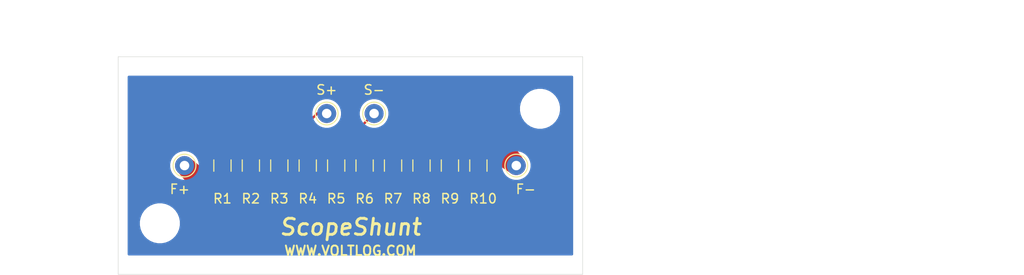
<source format=kicad_pcb>
(kicad_pcb (version 20171130) (host pcbnew "(5.1.5)-3")

  (general
    (thickness 1.6)
    (drawings 18)
    (tracks 113)
    (zones 0)
    (modules 16)
    (nets 3)
  )

  (page A4)
  (layers
    (0 F.Cu signal)
    (31 B.Cu signal)
    (32 B.Adhes user)
    (33 F.Adhes user)
    (34 B.Paste user)
    (35 F.Paste user)
    (36 B.SilkS user)
    (37 F.SilkS user)
    (38 B.Mask user)
    (39 F.Mask user)
    (40 Dwgs.User user)
    (41 Cmts.User user)
    (42 Eco1.User user)
    (43 Eco2.User user)
    (44 Edge.Cuts user)
    (45 Margin user)
    (46 B.CrtYd user)
    (47 F.CrtYd user)
    (48 B.Fab user)
    (49 F.Fab user hide)
  )

  (setup
    (last_trace_width 0.25)
    (user_trace_width 0.3)
    (user_trace_width 2.8)
    (user_trace_width 3)
    (trace_clearance 0.2)
    (zone_clearance 0.508)
    (zone_45_only no)
    (trace_min 0.2)
    (via_size 0.8)
    (via_drill 0.4)
    (via_min_size 0.4)
    (via_min_drill 0.3)
    (uvia_size 0.3)
    (uvia_drill 0.1)
    (uvias_allowed no)
    (uvia_min_size 0.2)
    (uvia_min_drill 0.1)
    (edge_width 0.05)
    (segment_width 0.2)
    (pcb_text_width 0.3)
    (pcb_text_size 1.5 1.5)
    (mod_edge_width 0.12)
    (mod_text_size 1 1)
    (mod_text_width 0.15)
    (pad_size 1.524 1.524)
    (pad_drill 0.762)
    (pad_to_mask_clearance 0.051)
    (solder_mask_min_width 0.25)
    (aux_axis_origin 0 0)
    (visible_elements 7FFFFFFF)
    (pcbplotparams
      (layerselection 0x010fc_ffffffff)
      (usegerberextensions false)
      (usegerberattributes false)
      (usegerberadvancedattributes false)
      (creategerberjobfile false)
      (excludeedgelayer true)
      (linewidth 0.100000)
      (plotframeref false)
      (viasonmask false)
      (mode 1)
      (useauxorigin false)
      (hpglpennumber 1)
      (hpglpenspeed 20)
      (hpglpendiameter 15.000000)
      (psnegative false)
      (psa4output false)
      (plotreference true)
      (plotvalue true)
      (plotinvisibletext false)
      (padsonsilk false)
      (subtractmaskfromsilk false)
      (outputformat 1)
      (mirror false)
      (drillshape 0)
      (scaleselection 1)
      (outputdirectory "D:/Dropbox/proiecte/voltlog scope shunt/gerbers/"))
  )

  (net 0 "")
  (net 1 /F+)
  (net 2 /F-)

  (net_class Default "This is the default net class."
    (clearance 0.2)
    (trace_width 0.25)
    (via_dia 0.8)
    (via_drill 0.4)
    (uvia_dia 0.3)
    (uvia_drill 0.1)
    (add_net /F+)
    (add_net /F-)
  )

  (module MountingHole:MountingHole_3.2mm_M3 (layer F.Cu) (tedit 56D1B4CB) (tstamp 5ED75CB5)
    (at 154.5 82.5)
    (descr "Mounting Hole 3.2mm, no annular, M3")
    (tags "mounting hole 3.2mm no annular m3")
    (path /6089A40A)
    (attr virtual)
    (fp_text reference H2 (at 0.1 0) (layer F.SilkS)
      (effects (font (size 1 1) (thickness 0.15)))
    )
    (fp_text value MountingHole (at 0 4.2) (layer F.Fab)
      (effects (font (size 1 1) (thickness 0.15)))
    )
    (fp_circle (center 0 0) (end 3.45 0) (layer F.CrtYd) (width 0.05))
    (fp_circle (center 0 0) (end 3.2 0) (layer Cmts.User) (width 0.15))
    (fp_text user %R (at 0.3 0) (layer F.Fab)
      (effects (font (size 1 1) (thickness 0.15)))
    )
    (pad 1 np_thru_hole circle (at 0 0) (size 3.2 3.2) (drill 3.2) (layers *.Cu *.Mask))
  )

  (module MountingHole:MountingHole_3.2mm_M3 (layer F.Cu) (tedit 56D1B4CB) (tstamp 5ED75CAD)
    (at 114.4 94.6)
    (descr "Mounting Hole 3.2mm, no annular, M3")
    (tags "mounting hole 3.2mm no annular m3")
    (path /6089935F)
    (attr virtual)
    (fp_text reference H1 (at 0 0.1) (layer F.SilkS)
      (effects (font (size 1 1) (thickness 0.15)))
    )
    (fp_text value MountingHole (at 0 4.2) (layer F.Fab)
      (effects (font (size 1 1) (thickness 0.15)))
    )
    (fp_circle (center 0 0) (end 3.45 0) (layer F.CrtYd) (width 0.05))
    (fp_circle (center 0 0) (end 3.2 0) (layer Cmts.User) (width 0.15))
    (fp_text user %R (at 0.3 0) (layer F.Fab)
      (effects (font (size 1 1) (thickness 0.15)))
    )
    (pad 1 np_thru_hole circle (at 0 0) (size 3.2 3.2) (drill 3.2) (layers *.Cu *.Mask))
  )

  (module TestPoint:TestPoint_THTPad_D2.0mm_Drill1.0mm (layer F.Cu) (tedit 5A0F774F) (tstamp 5EB1581C)
    (at 137 83)
    (descr "THT pad as test Point, diameter 2.0mm, hole diameter 1.0mm")
    (tags "test point THT pad")
    (path /5EB1B333)
    (attr virtual)
    (fp_text reference S2 (at 0 -1.998) (layer F.SilkS) hide
      (effects (font (size 1 1) (thickness 0.15)))
    )
    (fp_text value S- (at 0 -2.5) (layer F.SilkS)
      (effects (font (size 1 1) (thickness 0.15)))
    )
    (fp_circle (center 0 0) (end 0 1.2) (layer F.SilkS) (width 0.12))
    (fp_circle (center 0 0) (end 1.5 0) (layer F.CrtYd) (width 0.05))
    (fp_text user %R (at 2 1.5) (layer F.Fab)
      (effects (font (size 1 1) (thickness 0.15)))
    )
    (pad 1 thru_hole circle (at 0 0) (size 2 2) (drill 1) (layers *.Cu *.Mask)
      (net 2 /F-))
  )

  (module TestPoint:TestPoint_THTPad_D2.0mm_Drill1.0mm (layer F.Cu) (tedit 5A0F774F) (tstamp 5EB15814)
    (at 132 83)
    (descr "THT pad as test Point, diameter 2.0mm, hole diameter 1.0mm")
    (tags "test point THT pad")
    (path /5EB1BF9A)
    (attr virtual)
    (fp_text reference S1 (at 0 -1.998) (layer F.SilkS) hide
      (effects (font (size 1 1) (thickness 0.15)))
    )
    (fp_text value S+ (at 0 -2.5) (layer F.SilkS)
      (effects (font (size 1 1) (thickness 0.15)))
    )
    (fp_circle (center 0 0) (end 0 1.2) (layer F.SilkS) (width 0.12))
    (fp_circle (center 0 0) (end 1.5 0) (layer F.CrtYd) (width 0.05))
    (fp_text user %R (at -2 1.5) (layer F.Fab)
      (effects (font (size 1 1) (thickness 0.15)))
    )
    (pad 1 thru_hole circle (at 0 0) (size 2 2) (drill 1) (layers *.Cu *.Mask)
      (net 1 /F+))
  )

  (module TestPoint:TestPoint_THTPad_D2.0mm_Drill1.0mm (layer F.Cu) (tedit 5A0F774F) (tstamp 5EB15495)
    (at 152 88.5)
    (descr "THT pad as test Point, diameter 2.0mm, hole diameter 1.0mm")
    (tags "test point THT pad")
    (path /5EB185F6)
    (attr virtual)
    (fp_text reference F2 (at 0 -1.998) (layer F.SilkS) hide
      (effects (font (size 1 1) (thickness 0.15)))
    )
    (fp_text value F- (at 1 2.5) (layer F.SilkS)
      (effects (font (size 1 1) (thickness 0.15)))
    )
    (fp_circle (center 0 0) (end 0 1.2) (layer F.SilkS) (width 0.12))
    (fp_circle (center 0 0) (end 1.5 0) (layer F.CrtYd) (width 0.05))
    (fp_text user %R (at 0 -2) (layer F.Fab)
      (effects (font (size 1 1) (thickness 0.15)))
    )
    (pad 1 thru_hole circle (at 0 0) (size 2 2) (drill 1) (layers *.Cu *.Mask)
      (net 2 /F-))
  )

  (module TestPoint:TestPoint_THTPad_D2.0mm_Drill1.0mm (layer F.Cu) (tedit 5A0F774F) (tstamp 5EB1548D)
    (at 117 88.5)
    (descr "THT pad as test Point, diameter 2.0mm, hole diameter 1.0mm")
    (tags "test point THT pad")
    (path /5EB17BAC)
    (attr virtual)
    (fp_text reference F1 (at 0 -1.998) (layer F.SilkS) hide
      (effects (font (size 1 1) (thickness 0.15)))
    )
    (fp_text value F+ (at -0.5 2.5) (layer F.SilkS)
      (effects (font (size 1 1) (thickness 0.15)))
    )
    (fp_circle (center 0 0) (end 0 1.2) (layer F.SilkS) (width 0.12))
    (fp_circle (center 0 0) (end 1.5 0) (layer F.CrtYd) (width 0.05))
    (fp_text user %R (at 0 -2) (layer F.Fab)
      (effects (font (size 1 1) (thickness 0.15)))
    )
    (pad 1 thru_hole circle (at 0 0) (size 2 2) (drill 1) (layers *.Cu *.Mask)
      (net 1 /F+))
  )

  (module Resistor_SMD:R_1206_3216Metric (layer F.Cu) (tedit 5B301BBD) (tstamp 5EB15485)
    (at 148 88.5 90)
    (descr "Resistor SMD 1206 (3216 Metric), square (rectangular) end terminal, IPC_7351 nominal, (Body size source: http://www.tortai-tech.com/upload/download/2011102023233369053.pdf), generated with kicad-footprint-generator")
    (tags resistor)
    (path /5EB126F8)
    (attr smd)
    (fp_text reference R10 (at -3.5 0.5 180) (layer F.SilkS)
      (effects (font (size 1 1) (thickness 0.15)))
    )
    (fp_text value R_US (at 0 1.82 90) (layer F.Fab)
      (effects (font (size 1 1) (thickness 0.15)))
    )
    (fp_text user %R (at 0 0 90) (layer F.Fab)
      (effects (font (size 0.8 0.8) (thickness 0.12)))
    )
    (fp_line (start 2.28 1.12) (end -2.28 1.12) (layer F.CrtYd) (width 0.05))
    (fp_line (start 2.28 -1.12) (end 2.28 1.12) (layer F.CrtYd) (width 0.05))
    (fp_line (start -2.28 -1.12) (end 2.28 -1.12) (layer F.CrtYd) (width 0.05))
    (fp_line (start -2.28 1.12) (end -2.28 -1.12) (layer F.CrtYd) (width 0.05))
    (fp_line (start -0.602064 0.91) (end 0.602064 0.91) (layer F.SilkS) (width 0.12))
    (fp_line (start -0.602064 -0.91) (end 0.602064 -0.91) (layer F.SilkS) (width 0.12))
    (fp_line (start 1.6 0.8) (end -1.6 0.8) (layer F.Fab) (width 0.1))
    (fp_line (start 1.6 -0.8) (end 1.6 0.8) (layer F.Fab) (width 0.1))
    (fp_line (start -1.6 -0.8) (end 1.6 -0.8) (layer F.Fab) (width 0.1))
    (fp_line (start -1.6 0.8) (end -1.6 -0.8) (layer F.Fab) (width 0.1))
    (pad 2 smd roundrect (at 1.4 0 90) (size 1.25 1.75) (layers F.Cu F.Paste F.Mask) (roundrect_rratio 0.2)
      (net 2 /F-))
    (pad 1 smd roundrect (at -1.4 0 90) (size 1.25 1.75) (layers F.Cu F.Paste F.Mask) (roundrect_rratio 0.2)
      (net 1 /F+))
    (model ${KISYS3DMOD}/Resistor_SMD.3dshapes/R_1206_3216Metric.wrl
      (at (xyz 0 0 0))
      (scale (xyz 1 1 1))
      (rotate (xyz 0 0 0))
    )
  )

  (module Resistor_SMD:R_1206_3216Metric (layer F.Cu) (tedit 5B301BBD) (tstamp 5EB15474)
    (at 145 88.5 90)
    (descr "Resistor SMD 1206 (3216 Metric), square (rectangular) end terminal, IPC_7351 nominal, (Body size source: http://www.tortai-tech.com/upload/download/2011102023233369053.pdf), generated with kicad-footprint-generator")
    (tags resistor)
    (path /5EB123A5)
    (attr smd)
    (fp_text reference R9 (at -3.5 0 180) (layer F.SilkS)
      (effects (font (size 1 1) (thickness 0.15)))
    )
    (fp_text value R_US (at 0 1.82 90) (layer F.Fab)
      (effects (font (size 1 1) (thickness 0.15)))
    )
    (fp_text user %R (at 0 0 90) (layer F.Fab)
      (effects (font (size 0.8 0.8) (thickness 0.12)))
    )
    (fp_line (start 2.28 1.12) (end -2.28 1.12) (layer F.CrtYd) (width 0.05))
    (fp_line (start 2.28 -1.12) (end 2.28 1.12) (layer F.CrtYd) (width 0.05))
    (fp_line (start -2.28 -1.12) (end 2.28 -1.12) (layer F.CrtYd) (width 0.05))
    (fp_line (start -2.28 1.12) (end -2.28 -1.12) (layer F.CrtYd) (width 0.05))
    (fp_line (start -0.602064 0.91) (end 0.602064 0.91) (layer F.SilkS) (width 0.12))
    (fp_line (start -0.602064 -0.91) (end 0.602064 -0.91) (layer F.SilkS) (width 0.12))
    (fp_line (start 1.6 0.8) (end -1.6 0.8) (layer F.Fab) (width 0.1))
    (fp_line (start 1.6 -0.8) (end 1.6 0.8) (layer F.Fab) (width 0.1))
    (fp_line (start -1.6 -0.8) (end 1.6 -0.8) (layer F.Fab) (width 0.1))
    (fp_line (start -1.6 0.8) (end -1.6 -0.8) (layer F.Fab) (width 0.1))
    (pad 2 smd roundrect (at 1.4 0 90) (size 1.25 1.75) (layers F.Cu F.Paste F.Mask) (roundrect_rratio 0.2)
      (net 2 /F-))
    (pad 1 smd roundrect (at -1.4 0 90) (size 1.25 1.75) (layers F.Cu F.Paste F.Mask) (roundrect_rratio 0.2)
      (net 1 /F+))
    (model ${KISYS3DMOD}/Resistor_SMD.3dshapes/R_1206_3216Metric.wrl
      (at (xyz 0 0 0))
      (scale (xyz 1 1 1))
      (rotate (xyz 0 0 0))
    )
  )

  (module Resistor_SMD:R_1206_3216Metric (layer F.Cu) (tedit 5B301BBD) (tstamp 5EB15463)
    (at 142 88.5 90)
    (descr "Resistor SMD 1206 (3216 Metric), square (rectangular) end terminal, IPC_7351 nominal, (Body size source: http://www.tortai-tech.com/upload/download/2011102023233369053.pdf), generated with kicad-footprint-generator")
    (tags resistor)
    (path /5EB12091)
    (attr smd)
    (fp_text reference R8 (at -3.5 0 180) (layer F.SilkS)
      (effects (font (size 1 1) (thickness 0.15)))
    )
    (fp_text value R_US (at 0 1.82 90) (layer F.Fab)
      (effects (font (size 1 1) (thickness 0.15)))
    )
    (fp_text user %R (at 0 0 90) (layer F.Fab)
      (effects (font (size 0.8 0.8) (thickness 0.12)))
    )
    (fp_line (start 2.28 1.12) (end -2.28 1.12) (layer F.CrtYd) (width 0.05))
    (fp_line (start 2.28 -1.12) (end 2.28 1.12) (layer F.CrtYd) (width 0.05))
    (fp_line (start -2.28 -1.12) (end 2.28 -1.12) (layer F.CrtYd) (width 0.05))
    (fp_line (start -2.28 1.12) (end -2.28 -1.12) (layer F.CrtYd) (width 0.05))
    (fp_line (start -0.602064 0.91) (end 0.602064 0.91) (layer F.SilkS) (width 0.12))
    (fp_line (start -0.602064 -0.91) (end 0.602064 -0.91) (layer F.SilkS) (width 0.12))
    (fp_line (start 1.6 0.8) (end -1.6 0.8) (layer F.Fab) (width 0.1))
    (fp_line (start 1.6 -0.8) (end 1.6 0.8) (layer F.Fab) (width 0.1))
    (fp_line (start -1.6 -0.8) (end 1.6 -0.8) (layer F.Fab) (width 0.1))
    (fp_line (start -1.6 0.8) (end -1.6 -0.8) (layer F.Fab) (width 0.1))
    (pad 2 smd roundrect (at 1.4 0 90) (size 1.25 1.75) (layers F.Cu F.Paste F.Mask) (roundrect_rratio 0.2)
      (net 2 /F-))
    (pad 1 smd roundrect (at -1.4 0 90) (size 1.25 1.75) (layers F.Cu F.Paste F.Mask) (roundrect_rratio 0.2)
      (net 1 /F+))
    (model ${KISYS3DMOD}/Resistor_SMD.3dshapes/R_1206_3216Metric.wrl
      (at (xyz 0 0 0))
      (scale (xyz 1 1 1))
      (rotate (xyz 0 0 0))
    )
  )

  (module Resistor_SMD:R_1206_3216Metric (layer F.Cu) (tedit 5B301BBD) (tstamp 5EB15A15)
    (at 139 88.5 90)
    (descr "Resistor SMD 1206 (3216 Metric), square (rectangular) end terminal, IPC_7351 nominal, (Body size source: http://www.tortai-tech.com/upload/download/2011102023233369053.pdf), generated with kicad-footprint-generator")
    (tags resistor)
    (path /5EB11DCA)
    (attr smd)
    (fp_text reference R7 (at -3.5 0 180) (layer F.SilkS)
      (effects (font (size 1 1) (thickness 0.15)))
    )
    (fp_text value R_US (at 0 1.82 90) (layer F.Fab)
      (effects (font (size 1 1) (thickness 0.15)))
    )
    (fp_text user %R (at 0 0 90) (layer F.Fab)
      (effects (font (size 0.8 0.8) (thickness 0.12)))
    )
    (fp_line (start 2.28 1.12) (end -2.28 1.12) (layer F.CrtYd) (width 0.05))
    (fp_line (start 2.28 -1.12) (end 2.28 1.12) (layer F.CrtYd) (width 0.05))
    (fp_line (start -2.28 -1.12) (end 2.28 -1.12) (layer F.CrtYd) (width 0.05))
    (fp_line (start -2.28 1.12) (end -2.28 -1.12) (layer F.CrtYd) (width 0.05))
    (fp_line (start -0.602064 0.91) (end 0.602064 0.91) (layer F.SilkS) (width 0.12))
    (fp_line (start -0.602064 -0.91) (end 0.602064 -0.91) (layer F.SilkS) (width 0.12))
    (fp_line (start 1.6 0.8) (end -1.6 0.8) (layer F.Fab) (width 0.1))
    (fp_line (start 1.6 -0.8) (end 1.6 0.8) (layer F.Fab) (width 0.1))
    (fp_line (start -1.6 -0.8) (end 1.6 -0.8) (layer F.Fab) (width 0.1))
    (fp_line (start -1.6 0.8) (end -1.6 -0.8) (layer F.Fab) (width 0.1))
    (pad 2 smd roundrect (at 1.4 0 90) (size 1.25 1.75) (layers F.Cu F.Paste F.Mask) (roundrect_rratio 0.2)
      (net 2 /F-))
    (pad 1 smd roundrect (at -1.4 0 90) (size 1.25 1.75) (layers F.Cu F.Paste F.Mask) (roundrect_rratio 0.2)
      (net 1 /F+))
    (model ${KISYS3DMOD}/Resistor_SMD.3dshapes/R_1206_3216Metric.wrl
      (at (xyz 0 0 0))
      (scale (xyz 1 1 1))
      (rotate (xyz 0 0 0))
    )
  )

  (module Resistor_SMD:R_1206_3216Metric (layer F.Cu) (tedit 5B301BBD) (tstamp 5EB15A99)
    (at 136 88.5 90)
    (descr "Resistor SMD 1206 (3216 Metric), square (rectangular) end terminal, IPC_7351 nominal, (Body size source: http://www.tortai-tech.com/upload/download/2011102023233369053.pdf), generated with kicad-footprint-generator")
    (tags resistor)
    (path /5EB119F0)
    (attr smd)
    (fp_text reference R6 (at -3.5 0 180) (layer F.SilkS)
      (effects (font (size 1 1) (thickness 0.15)))
    )
    (fp_text value R_US (at 0 1.82 90) (layer F.Fab)
      (effects (font (size 1 1) (thickness 0.15)))
    )
    (fp_text user %R (at 0 0 90) (layer F.Fab)
      (effects (font (size 0.8 0.8) (thickness 0.12)))
    )
    (fp_line (start 2.28 1.12) (end -2.28 1.12) (layer F.CrtYd) (width 0.05))
    (fp_line (start 2.28 -1.12) (end 2.28 1.12) (layer F.CrtYd) (width 0.05))
    (fp_line (start -2.28 -1.12) (end 2.28 -1.12) (layer F.CrtYd) (width 0.05))
    (fp_line (start -2.28 1.12) (end -2.28 -1.12) (layer F.CrtYd) (width 0.05))
    (fp_line (start -0.602064 0.91) (end 0.602064 0.91) (layer F.SilkS) (width 0.12))
    (fp_line (start -0.602064 -0.91) (end 0.602064 -0.91) (layer F.SilkS) (width 0.12))
    (fp_line (start 1.6 0.8) (end -1.6 0.8) (layer F.Fab) (width 0.1))
    (fp_line (start 1.6 -0.8) (end 1.6 0.8) (layer F.Fab) (width 0.1))
    (fp_line (start -1.6 -0.8) (end 1.6 -0.8) (layer F.Fab) (width 0.1))
    (fp_line (start -1.6 0.8) (end -1.6 -0.8) (layer F.Fab) (width 0.1))
    (pad 2 smd roundrect (at 1.4 0 90) (size 1.25 1.75) (layers F.Cu F.Paste F.Mask) (roundrect_rratio 0.2)
      (net 2 /F-))
    (pad 1 smd roundrect (at -1.4 0 90) (size 1.25 1.75) (layers F.Cu F.Paste F.Mask) (roundrect_rratio 0.2)
      (net 1 /F+))
    (model ${KISYS3DMOD}/Resistor_SMD.3dshapes/R_1206_3216Metric.wrl
      (at (xyz 0 0 0))
      (scale (xyz 1 1 1))
      (rotate (xyz 0 0 0))
    )
  )

  (module Resistor_SMD:R_1206_3216Metric (layer F.Cu) (tedit 5B301BBD) (tstamp 5EB15430)
    (at 133 88.5 90)
    (descr "Resistor SMD 1206 (3216 Metric), square (rectangular) end terminal, IPC_7351 nominal, (Body size source: http://www.tortai-tech.com/upload/download/2011102023233369053.pdf), generated with kicad-footprint-generator")
    (tags resistor)
    (path /5EB115F5)
    (attr smd)
    (fp_text reference R5 (at -3.5 0 180) (layer F.SilkS)
      (effects (font (size 1 1) (thickness 0.15)))
    )
    (fp_text value R_US (at 0 1.82 90) (layer F.Fab)
      (effects (font (size 1 1) (thickness 0.15)))
    )
    (fp_text user %R (at 0 0 90) (layer F.Fab)
      (effects (font (size 0.8 0.8) (thickness 0.12)))
    )
    (fp_line (start 2.28 1.12) (end -2.28 1.12) (layer F.CrtYd) (width 0.05))
    (fp_line (start 2.28 -1.12) (end 2.28 1.12) (layer F.CrtYd) (width 0.05))
    (fp_line (start -2.28 -1.12) (end 2.28 -1.12) (layer F.CrtYd) (width 0.05))
    (fp_line (start -2.28 1.12) (end -2.28 -1.12) (layer F.CrtYd) (width 0.05))
    (fp_line (start -0.602064 0.91) (end 0.602064 0.91) (layer F.SilkS) (width 0.12))
    (fp_line (start -0.602064 -0.91) (end 0.602064 -0.91) (layer F.SilkS) (width 0.12))
    (fp_line (start 1.6 0.8) (end -1.6 0.8) (layer F.Fab) (width 0.1))
    (fp_line (start 1.6 -0.8) (end 1.6 0.8) (layer F.Fab) (width 0.1))
    (fp_line (start -1.6 -0.8) (end 1.6 -0.8) (layer F.Fab) (width 0.1))
    (fp_line (start -1.6 0.8) (end -1.6 -0.8) (layer F.Fab) (width 0.1))
    (pad 2 smd roundrect (at 1.4 0 90) (size 1.25 1.75) (layers F.Cu F.Paste F.Mask) (roundrect_rratio 0.2)
      (net 2 /F-))
    (pad 1 smd roundrect (at -1.4 0 90) (size 1.25 1.75) (layers F.Cu F.Paste F.Mask) (roundrect_rratio 0.2)
      (net 1 /F+))
    (model ${KISYS3DMOD}/Resistor_SMD.3dshapes/R_1206_3216Metric.wrl
      (at (xyz 0 0 0))
      (scale (xyz 1 1 1))
      (rotate (xyz 0 0 0))
    )
  )

  (module Resistor_SMD:R_1206_3216Metric (layer F.Cu) (tedit 5B301BBD) (tstamp 5EB1541F)
    (at 130 88.5 90)
    (descr "Resistor SMD 1206 (3216 Metric), square (rectangular) end terminal, IPC_7351 nominal, (Body size source: http://www.tortai-tech.com/upload/download/2011102023233369053.pdf), generated with kicad-footprint-generator")
    (tags resistor)
    (path /5EB113B1)
    (attr smd)
    (fp_text reference R4 (at -3.5 0 180) (layer F.SilkS)
      (effects (font (size 1 1) (thickness 0.15)))
    )
    (fp_text value R_US (at 0 1.82 90) (layer F.Fab)
      (effects (font (size 1 1) (thickness 0.15)))
    )
    (fp_text user %R (at 0 0 90) (layer F.Fab)
      (effects (font (size 0.8 0.8) (thickness 0.12)))
    )
    (fp_line (start 2.28 1.12) (end -2.28 1.12) (layer F.CrtYd) (width 0.05))
    (fp_line (start 2.28 -1.12) (end 2.28 1.12) (layer F.CrtYd) (width 0.05))
    (fp_line (start -2.28 -1.12) (end 2.28 -1.12) (layer F.CrtYd) (width 0.05))
    (fp_line (start -2.28 1.12) (end -2.28 -1.12) (layer F.CrtYd) (width 0.05))
    (fp_line (start -0.602064 0.91) (end 0.602064 0.91) (layer F.SilkS) (width 0.12))
    (fp_line (start -0.602064 -0.91) (end 0.602064 -0.91) (layer F.SilkS) (width 0.12))
    (fp_line (start 1.6 0.8) (end -1.6 0.8) (layer F.Fab) (width 0.1))
    (fp_line (start 1.6 -0.8) (end 1.6 0.8) (layer F.Fab) (width 0.1))
    (fp_line (start -1.6 -0.8) (end 1.6 -0.8) (layer F.Fab) (width 0.1))
    (fp_line (start -1.6 0.8) (end -1.6 -0.8) (layer F.Fab) (width 0.1))
    (pad 2 smd roundrect (at 1.4 0 90) (size 1.25 1.75) (layers F.Cu F.Paste F.Mask) (roundrect_rratio 0.2)
      (net 2 /F-))
    (pad 1 smd roundrect (at -1.4 0 90) (size 1.25 1.75) (layers F.Cu F.Paste F.Mask) (roundrect_rratio 0.2)
      (net 1 /F+))
    (model ${KISYS3DMOD}/Resistor_SMD.3dshapes/R_1206_3216Metric.wrl
      (at (xyz 0 0 0))
      (scale (xyz 1 1 1))
      (rotate (xyz 0 0 0))
    )
  )

  (module Resistor_SMD:R_1206_3216Metric (layer F.Cu) (tedit 5B301BBD) (tstamp 5EB1540E)
    (at 127 88.5 90)
    (descr "Resistor SMD 1206 (3216 Metric), square (rectangular) end terminal, IPC_7351 nominal, (Body size source: http://www.tortai-tech.com/upload/download/2011102023233369053.pdf), generated with kicad-footprint-generator")
    (tags resistor)
    (path /5EB11211)
    (attr smd)
    (fp_text reference R3 (at -3.5 0 180) (layer F.SilkS)
      (effects (font (size 1 1) (thickness 0.15)))
    )
    (fp_text value R_US (at 0 1.82 90) (layer F.Fab)
      (effects (font (size 1 1) (thickness 0.15)))
    )
    (fp_text user %R (at 0 0 90) (layer F.Fab)
      (effects (font (size 0.8 0.8) (thickness 0.12)))
    )
    (fp_line (start 2.28 1.12) (end -2.28 1.12) (layer F.CrtYd) (width 0.05))
    (fp_line (start 2.28 -1.12) (end 2.28 1.12) (layer F.CrtYd) (width 0.05))
    (fp_line (start -2.28 -1.12) (end 2.28 -1.12) (layer F.CrtYd) (width 0.05))
    (fp_line (start -2.28 1.12) (end -2.28 -1.12) (layer F.CrtYd) (width 0.05))
    (fp_line (start -0.602064 0.91) (end 0.602064 0.91) (layer F.SilkS) (width 0.12))
    (fp_line (start -0.602064 -0.91) (end 0.602064 -0.91) (layer F.SilkS) (width 0.12))
    (fp_line (start 1.6 0.8) (end -1.6 0.8) (layer F.Fab) (width 0.1))
    (fp_line (start 1.6 -0.8) (end 1.6 0.8) (layer F.Fab) (width 0.1))
    (fp_line (start -1.6 -0.8) (end 1.6 -0.8) (layer F.Fab) (width 0.1))
    (fp_line (start -1.6 0.8) (end -1.6 -0.8) (layer F.Fab) (width 0.1))
    (pad 2 smd roundrect (at 1.4 0 90) (size 1.25 1.75) (layers F.Cu F.Paste F.Mask) (roundrect_rratio 0.2)
      (net 2 /F-))
    (pad 1 smd roundrect (at -1.4 0 90) (size 1.25 1.75) (layers F.Cu F.Paste F.Mask) (roundrect_rratio 0.2)
      (net 1 /F+))
    (model ${KISYS3DMOD}/Resistor_SMD.3dshapes/R_1206_3216Metric.wrl
      (at (xyz 0 0 0))
      (scale (xyz 1 1 1))
      (rotate (xyz 0 0 0))
    )
  )

  (module Resistor_SMD:R_1206_3216Metric (layer F.Cu) (tedit 5B301BBD) (tstamp 5EB182ED)
    (at 124 88.5 90)
    (descr "Resistor SMD 1206 (3216 Metric), square (rectangular) end terminal, IPC_7351 nominal, (Body size source: http://www.tortai-tech.com/upload/download/2011102023233369053.pdf), generated with kicad-footprint-generator")
    (tags resistor)
    (path /5EB10A4C)
    (attr smd)
    (fp_text reference R2 (at -3.5 0 180) (layer F.SilkS)
      (effects (font (size 1 1) (thickness 0.15)))
    )
    (fp_text value R_US (at 0 1.82 90) (layer F.Fab)
      (effects (font (size 1 1) (thickness 0.15)))
    )
    (fp_text user %R (at 0 0 90) (layer F.Fab)
      (effects (font (size 0.8 0.8) (thickness 0.12)))
    )
    (fp_line (start 2.28 1.12) (end -2.28 1.12) (layer F.CrtYd) (width 0.05))
    (fp_line (start 2.28 -1.12) (end 2.28 1.12) (layer F.CrtYd) (width 0.05))
    (fp_line (start -2.28 -1.12) (end 2.28 -1.12) (layer F.CrtYd) (width 0.05))
    (fp_line (start -2.28 1.12) (end -2.28 -1.12) (layer F.CrtYd) (width 0.05))
    (fp_line (start -0.602064 0.91) (end 0.602064 0.91) (layer F.SilkS) (width 0.12))
    (fp_line (start -0.602064 -0.91) (end 0.602064 -0.91) (layer F.SilkS) (width 0.12))
    (fp_line (start 1.6 0.8) (end -1.6 0.8) (layer F.Fab) (width 0.1))
    (fp_line (start 1.6 -0.8) (end 1.6 0.8) (layer F.Fab) (width 0.1))
    (fp_line (start -1.6 -0.8) (end 1.6 -0.8) (layer F.Fab) (width 0.1))
    (fp_line (start -1.6 0.8) (end -1.6 -0.8) (layer F.Fab) (width 0.1))
    (pad 2 smd roundrect (at 1.4 0 90) (size 1.25 1.75) (layers F.Cu F.Paste F.Mask) (roundrect_rratio 0.2)
      (net 2 /F-))
    (pad 1 smd roundrect (at -1.4 0 90) (size 1.25 1.75) (layers F.Cu F.Paste F.Mask) (roundrect_rratio 0.2)
      (net 1 /F+))
    (model ${KISYS3DMOD}/Resistor_SMD.3dshapes/R_1206_3216Metric.wrl
      (at (xyz 0 0 0))
      (scale (xyz 1 1 1))
      (rotate (xyz 0 0 0))
    )
  )

  (module Resistor_SMD:R_1206_3216Metric (layer F.Cu) (tedit 5B301BBD) (tstamp 5EB1585A)
    (at 121 88.5 90)
    (descr "Resistor SMD 1206 (3216 Metric), square (rectangular) end terminal, IPC_7351 nominal, (Body size source: http://www.tortai-tech.com/upload/download/2011102023233369053.pdf), generated with kicad-footprint-generator")
    (tags resistor)
    (path /5EB0FCD6)
    (attr smd)
    (fp_text reference R1 (at -3.5 0 180) (layer F.SilkS)
      (effects (font (size 1 1) (thickness 0.15)))
    )
    (fp_text value R_US (at 0 1.82 90) (layer F.Fab)
      (effects (font (size 1 1) (thickness 0.15)))
    )
    (fp_text user %R (at 0 0 90) (layer F.Fab)
      (effects (font (size 0.8 0.8) (thickness 0.12)))
    )
    (fp_line (start 2.28 1.12) (end -2.28 1.12) (layer F.CrtYd) (width 0.05))
    (fp_line (start 2.28 -1.12) (end 2.28 1.12) (layer F.CrtYd) (width 0.05))
    (fp_line (start -2.28 -1.12) (end 2.28 -1.12) (layer F.CrtYd) (width 0.05))
    (fp_line (start -2.28 1.12) (end -2.28 -1.12) (layer F.CrtYd) (width 0.05))
    (fp_line (start -0.602064 0.91) (end 0.602064 0.91) (layer F.SilkS) (width 0.12))
    (fp_line (start -0.602064 -0.91) (end 0.602064 -0.91) (layer F.SilkS) (width 0.12))
    (fp_line (start 1.6 0.8) (end -1.6 0.8) (layer F.Fab) (width 0.1))
    (fp_line (start 1.6 -0.8) (end 1.6 0.8) (layer F.Fab) (width 0.1))
    (fp_line (start -1.6 -0.8) (end 1.6 -0.8) (layer F.Fab) (width 0.1))
    (fp_line (start -1.6 0.8) (end -1.6 -0.8) (layer F.Fab) (width 0.1))
    (pad 2 smd roundrect (at 1.4 0 90) (size 1.25 1.75) (layers F.Cu F.Paste F.Mask) (roundrect_rratio 0.2)
      (net 2 /F-))
    (pad 1 smd roundrect (at -1.4 0 90) (size 1.25 1.75) (layers F.Cu F.Paste F.Mask) (roundrect_rratio 0.2)
      (net 1 /F+))
    (model ${KISYS3DMOD}/Resistor_SMD.3dshapes/R_1206_3216Metric.wrl
      (at (xyz 0 0 0))
      (scale (xyz 1 1 1))
      (rotate (xyz 0 0 0))
    )
  )

  (gr_line (start 167 78.5) (end 167.5 78.5) (layer Cmts.User) (width 0.15) (tstamp 5EB18FD8))
  (gr_line (start 167 95.5) (end 167 78.5) (layer Cmts.User) (width 0.15))
  (gr_line (start 205.5 95.5) (end 167 95.5) (layer Cmts.User) (width 0.15))
  (gr_line (start 205.5 78.5) (end 205.5 95.5) (layer Cmts.User) (width 0.15))
  (gr_line (start 167.5 78.5) (end 205.5 78.5) (layer Cmts.User) (width 0.15))
  (gr_text "WWW.VOLTLOG.COM\n" (at 134.5 97.5) (layer F.SilkS) (tstamp 5EB18B0E)
    (effects (font (size 1 1) (thickness 0.2)))
  )
  (gr_text "rev.A\n" (at 155.448 95.5) (layer F.Cu) (tstamp 5EB18200)
    (effects (font (size 1 1) (thickness 0.15)))
  )
  (gr_text ScopeShunt (at 134.5 95) (layer F.SilkS) (tstamp 5EB18FE7)
    (effects (font (size 1.7 1.7) (thickness 0.3) italic))
  )
  (gr_text "PCB track is 2.2mm wide, 5.3A max on std FR4\n\n10 x 10R || 1206 1/4W = 1R 2.5W\nPdis = 1.5A x 1.5A x 1 = 2.25W\nRecommended max 1.5A\n\n10 x 1R || 1206 1/4W = 0.1R 2.5W\nPdis = 4.8A x 4.8A x 0.1 = 2.30W\nRecommended max 4.8A" (at 167.5 87) (layer Cmts.User)
    (effects (font (size 1 1) (thickness 0.15)) (justify left))
  )
  (gr_text 1920 (at 155.448 97) (layer F.Cu)
    (effects (font (size 1 1) (thickness 0.15)))
  )
  (dimension 23 (width 0.15) (layer Dwgs.User)
    (gr_text "23.000 mm" (at 101.200001 88.5 270) (layer Dwgs.User)
      (effects (font (size 1 1) (thickness 0.15)))
    )
    (feature1 (pts (xy 110 100) (xy 101.91358 100)))
    (feature2 (pts (xy 110 77) (xy 101.91358 77)))
    (crossbar (pts (xy 102.500001 77) (xy 102.500001 100)))
    (arrow1a (pts (xy 102.500001 100) (xy 101.91358 98.873496)))
    (arrow1b (pts (xy 102.500001 100) (xy 103.086422 98.873496)))
    (arrow2a (pts (xy 102.500001 77) (xy 101.91358 78.126504)))
    (arrow2b (pts (xy 102.500001 77) (xy 103.086422 78.126504)))
  )
  (dimension 49 (width 0.15) (layer Dwgs.User)
    (gr_text "49.000 mm" (at 134.5 71.7) (layer Dwgs.User)
      (effects (font (size 1 1) (thickness 0.15)))
    )
    (feature1 (pts (xy 159 77) (xy 159 72.413579)))
    (feature2 (pts (xy 110 77) (xy 110 72.413579)))
    (crossbar (pts (xy 110 73) (xy 159 73)))
    (arrow1a (pts (xy 159 73) (xy 157.873496 73.586421)))
    (arrow1b (pts (xy 159 73) (xy 157.873496 72.413579)))
    (arrow2a (pts (xy 110 73) (xy 111.126504 73.586421)))
    (arrow2b (pts (xy 110 73) (xy 111.126504 72.413579)))
  )
  (gr_line (start 134.5 100) (end 134.5 77) (layer Dwgs.User) (width 0.15))
  (gr_line (start 110 88.5) (end 159 88.5) (layer Dwgs.User) (width 0.15))
  (gr_line (start 110 77) (end 110 100) (layer Edge.Cuts) (width 0.05) (tstamp 5EB15544))
  (gr_line (start 159 77) (end 110 77) (layer Edge.Cuts) (width 0.05))
  (gr_line (start 159 100) (end 159 77) (layer Edge.Cuts) (width 0.05))
  (gr_line (start 110 100) (end 159 100) (layer Edge.Cuts) (width 0.05))

  (segment (start 133.875 89.9) (end 133 89.9) (width 0.3) (layer F.Cu) (net 1))
  (segment (start 134.5 90.525) (end 133.875 89.9) (width 0.3) (layer F.Cu) (net 1))
  (segment (start 124.037056 82.71544) (end 123.980175 82.679699) (width 0.25) (layer F.Cu) (net 1))
  (segment (start 124.15001 83.34999) (end 124.15001 82.94999) (width 0.25) (layer F.Cu) (net 1))
  (segment (start 122.837056 82.71544) (end 122.780175 82.679699) (width 0.25) (layer F.Cu) (net 1))
  (segment (start 124.142488 82.883233) (end 124.1203 82.819824) (width 0.25) (layer F.Cu) (net 1))
  (segment (start 124.580175 83.62028) (end 124.516766 83.642468) (width 0.25) (layer F.Cu) (net 1))
  (segment (start 124.262963 83.584539) (end 124.21546 83.537036) (width 0.25) (layer F.Cu) (net 1))
  (segment (start 122.342488 83.416746) (end 122.3203 83.480155) (width 0.25) (layer F.Cu) (net 1))
  (segment (start 121 89) (end 121 89.9) (width 0.25) (layer F.Cu) (net 1))
  (segment (start 124.684559 83.537036) (end 124.637056 83.584539) (width 0.25) (layer F.Cu) (net 1))
  (segment (start 123.980175 82.679699) (end 123.916766 82.657511) (width 0.25) (layer F.Cu) (net 1))
  (segment (start 122.379719 82.819824) (end 122.357531 82.883233) (width 0.25) (layer F.Cu) (net 1))
  (segment (start 124.21546 83.537036) (end 124.179719 83.480155) (width 0.25) (layer F.Cu) (net 1))
  (segment (start 124.516766 83.642468) (end 124.45001 83.64999) (width 0.25) (layer F.Cu) (net 1))
  (segment (start 122.05001 83.64999) (end 119.9136 83.64999) (width 0.25) (layer F.Cu) (net 1))
  (segment (start 124.742488 83.416746) (end 124.7203 83.480155) (width 0.25) (layer F.Cu) (net 1))
  (segment (start 124.179719 83.480155) (end 124.157531 83.416746) (width 0.25) (layer F.Cu) (net 1))
  (segment (start 124.75001 83.34999) (end 124.742488 83.416746) (width 0.25) (layer F.Cu) (net 1))
  (segment (start 122.95001 83.34999) (end 122.95001 82.94999) (width 0.25) (layer F.Cu) (net 1))
  (segment (start 124.779719 82.819824) (end 124.757531 82.883233) (width 0.25) (layer F.Cu) (net 1))
  (segment (start 122.884559 82.762943) (end 122.837056 82.71544) (width 0.25) (layer F.Cu) (net 1))
  (segment (start 124.157531 83.416746) (end 124.15001 83.34999) (width 0.25) (layer F.Cu) (net 1))
  (segment (start 124.45001 83.64999) (end 124.383253 83.642468) (width 0.25) (layer F.Cu) (net 1))
  (segment (start 122.65001 82.64999) (end 122.583253 82.657511) (width 0.25) (layer F.Cu) (net 1))
  (segment (start 120.8 88.8) (end 121 89) (width 0.25) (layer F.Cu) (net 1))
  (segment (start 125.35001 83.34999) (end 125.35001 82.94999) (width 0.25) (layer F.Cu) (net 1))
  (segment (start 124.084559 82.762943) (end 124.037056 82.71544) (width 0.25) (layer F.Cu) (net 1))
  (segment (start 122.95001 82.94999) (end 122.942488 82.883233) (width 0.25) (layer F.Cu) (net 1))
  (segment (start 125.41546 83.537036) (end 125.379719 83.480155) (width 0.25) (layer F.Cu) (net 1))
  (segment (start 124.75001 82.94999) (end 124.75001 83.34999) (width 0.25) (layer F.Cu) (net 1))
  (segment (start 119.9136 83.64999) (end 119 84.56359) (width 0.25) (layer F.Cu) (net 1))
  (segment (start 124.637056 83.584539) (end 124.580175 83.62028) (width 0.25) (layer F.Cu) (net 1))
  (segment (start 122.35001 83.34999) (end 122.342488 83.416746) (width 0.25) (layer F.Cu) (net 1))
  (segment (start 125.462963 83.584539) (end 125.41546 83.537036) (width 0.25) (layer F.Cu) (net 1))
  (segment (start 125.379719 83.480155) (end 125.357531 83.416746) (width 0.25) (layer F.Cu) (net 1))
  (segment (start 122.357531 82.883233) (end 122.35001 82.94999) (width 0.25) (layer F.Cu) (net 1))
  (segment (start 125.116766 82.657511) (end 125.05001 82.64999) (width 0.25) (layer F.Cu) (net 1))
  (segment (start 119.56359 88.8) (end 120.8 88.8) (width 0.25) (layer F.Cu) (net 1))
  (segment (start 125.519844 83.62028) (end 125.462963 83.584539) (width 0.25) (layer F.Cu) (net 1))
  (segment (start 122.237056 83.584539) (end 122.180175 83.62028) (width 0.25) (layer F.Cu) (net 1))
  (segment (start 130.35001 83.64999) (end 125.65001 83.64999) (width 0.25) (layer F.Cu) (net 1))
  (segment (start 131 83) (end 130.35001 83.64999) (width 0.25) (layer F.Cu) (net 1))
  (segment (start 125.583253 83.642468) (end 125.519844 83.62028) (width 0.25) (layer F.Cu) (net 1))
  (segment (start 125.35001 82.94999) (end 125.342488 82.883233) (width 0.25) (layer F.Cu) (net 1))
  (segment (start 123.01546 83.537036) (end 122.979719 83.480155) (width 0.25) (layer F.Cu) (net 1))
  (segment (start 124.383253 83.642468) (end 124.319844 83.62028) (width 0.25) (layer F.Cu) (net 1))
  (segment (start 124.757531 82.883233) (end 124.75001 82.94999) (width 0.25) (layer F.Cu) (net 1))
  (segment (start 122.780175 82.679699) (end 122.716766 82.657511) (width 0.25) (layer F.Cu) (net 1))
  (segment (start 125.342488 82.883233) (end 125.3203 82.819824) (width 0.25) (layer F.Cu) (net 1))
  (segment (start 122.957531 83.416746) (end 122.95001 83.34999) (width 0.25) (layer F.Cu) (net 1))
  (segment (start 125.357531 83.416746) (end 125.35001 83.34999) (width 0.25) (layer F.Cu) (net 1))
  (segment (start 125.3203 82.819824) (end 125.284559 82.762943) (width 0.25) (layer F.Cu) (net 1))
  (segment (start 125.237056 82.71544) (end 125.180175 82.679699) (width 0.25) (layer F.Cu) (net 1))
  (segment (start 125.284559 82.762943) (end 125.237056 82.71544) (width 0.25) (layer F.Cu) (net 1))
  (segment (start 119 88.23641) (end 119.56359 88.8) (width 0.25) (layer F.Cu) (net 1))
  (segment (start 122.942488 82.883233) (end 122.9203 82.819824) (width 0.25) (layer F.Cu) (net 1))
  (segment (start 125.180175 82.679699) (end 125.116766 82.657511) (width 0.25) (layer F.Cu) (net 1))
  (segment (start 124.1203 82.819824) (end 124.084559 82.762943) (width 0.25) (layer F.Cu) (net 1))
  (segment (start 122.116766 83.642468) (end 122.05001 83.64999) (width 0.25) (layer F.Cu) (net 1))
  (segment (start 124.983253 82.657511) (end 124.919844 82.679699) (width 0.25) (layer F.Cu) (net 1))
  (segment (start 124.319844 83.62028) (end 124.262963 83.584539) (width 0.25) (layer F.Cu) (net 1))
  (segment (start 122.3203 83.480155) (end 122.284559 83.537036) (width 0.25) (layer F.Cu) (net 1))
  (segment (start 124.919844 82.679699) (end 124.862963 82.71544) (width 0.25) (layer F.Cu) (net 1))
  (segment (start 125.65001 83.64999) (end 125.583253 83.642468) (width 0.25) (layer F.Cu) (net 1))
  (segment (start 122.284559 83.537036) (end 122.237056 83.584539) (width 0.25) (layer F.Cu) (net 1))
  (segment (start 122.9203 82.819824) (end 122.884559 82.762943) (width 0.25) (layer F.Cu) (net 1))
  (segment (start 124.862963 82.71544) (end 124.81546 82.762943) (width 0.25) (layer F.Cu) (net 1))
  (segment (start 124.81546 82.762943) (end 124.779719 82.819824) (width 0.25) (layer F.Cu) (net 1))
  (segment (start 122.519844 82.679699) (end 122.462963 82.71544) (width 0.25) (layer F.Cu) (net 1))
  (segment (start 123.85001 82.64999) (end 123.783253 82.657511) (width 0.25) (layer F.Cu) (net 1))
  (segment (start 123.783253 82.657511) (end 123.719844 82.679699) (width 0.25) (layer F.Cu) (net 1))
  (segment (start 123.916766 82.657511) (end 123.85001 82.64999) (width 0.25) (layer F.Cu) (net 1))
  (segment (start 122.35001 82.94999) (end 122.35001 83.34999) (width 0.25) (layer F.Cu) (net 1))
  (segment (start 123.719844 82.679699) (end 123.662963 82.71544) (width 0.25) (layer F.Cu) (net 1))
  (segment (start 123.662963 82.71544) (end 123.61546 82.762943) (width 0.25) (layer F.Cu) (net 1))
  (segment (start 123.61546 82.762943) (end 123.579719 82.819824) (width 0.25) (layer F.Cu) (net 1))
  (segment (start 123.119844 83.62028) (end 123.062963 83.584539) (width 0.25) (layer F.Cu) (net 1))
  (segment (start 123.579719 82.819824) (end 123.557531 82.883233) (width 0.25) (layer F.Cu) (net 1))
  (segment (start 123.557531 82.883233) (end 123.55001 82.94999) (width 0.25) (layer F.Cu) (net 1))
  (segment (start 123.55001 82.94999) (end 123.55001 83.34999) (width 0.25) (layer F.Cu) (net 1))
  (segment (start 123.55001 83.34999) (end 123.542488 83.416746) (width 0.25) (layer F.Cu) (net 1))
  (segment (start 124.15001 82.94999) (end 124.142488 82.883233) (width 0.25) (layer F.Cu) (net 1))
  (segment (start 122.462963 82.71544) (end 122.41546 82.762943) (width 0.25) (layer F.Cu) (net 1))
  (segment (start 123.542488 83.416746) (end 123.5203 83.480155) (width 0.25) (layer F.Cu) (net 1))
  (segment (start 123.5203 83.480155) (end 123.484559 83.537036) (width 0.25) (layer F.Cu) (net 1))
  (segment (start 125.05001 82.64999) (end 124.983253 82.657511) (width 0.25) (layer F.Cu) (net 1))
  (segment (start 122.583253 82.657511) (end 122.519844 82.679699) (width 0.25) (layer F.Cu) (net 1))
  (segment (start 123.437056 83.584539) (end 123.380175 83.62028) (width 0.25) (layer F.Cu) (net 1))
  (segment (start 123.484559 83.537036) (end 123.437056 83.584539) (width 0.25) (layer F.Cu) (net 1))
  (segment (start 122.716766 82.657511) (end 122.65001 82.64999) (width 0.25) (layer F.Cu) (net 1))
  (segment (start 122.180175 83.62028) (end 122.116766 83.642468) (width 0.25) (layer F.Cu) (net 1))
  (segment (start 123.380175 83.62028) (end 123.316766 83.642468) (width 0.25) (layer F.Cu) (net 1))
  (segment (start 124.7203 83.480155) (end 124.684559 83.537036) (width 0.25) (layer F.Cu) (net 1))
  (segment (start 122.41546 82.762943) (end 122.379719 82.819824) (width 0.25) (layer F.Cu) (net 1))
  (segment (start 123.316766 83.642468) (end 123.25001 83.64999) (width 0.25) (layer F.Cu) (net 1))
  (segment (start 123.062963 83.584539) (end 123.01546 83.537036) (width 0.25) (layer F.Cu) (net 1))
  (segment (start 123.25001 83.64999) (end 123.183253 83.642468) (width 0.25) (layer F.Cu) (net 1))
  (segment (start 132 83) (end 131 83) (width 0.25) (layer F.Cu) (net 1))
  (segment (start 122.979719 83.480155) (end 122.957531 83.416746) (width 0.25) (layer F.Cu) (net 1))
  (segment (start 123.183253 83.642468) (end 123.119844 83.62028) (width 0.25) (layer F.Cu) (net 1))
  (segment (start 119 84.56359) (end 119 88.23641) (width 0.25) (layer F.Cu) (net 1))
  (segment (start 134.5 87.1) (end 136 87.1) (width 0.3) (layer F.Cu) (net 2))
  (segment (start 130.5 85) (end 135 85) (width 0.25) (layer F.Cu) (net 2))
  (segment (start 129.6 84.1) (end 130.5 85) (width 0.25) (layer F.Cu) (net 2))
  (segment (start 120.1 84.1) (end 129.6 84.1) (width 0.25) (layer F.Cu) (net 2))
  (segment (start 119.5 84.7) (end 120.1 84.1) (width 0.25) (layer F.Cu) (net 2))
  (segment (start 121 88) (end 120.8 88.2) (width 0.25) (layer F.Cu) (net 2))
  (segment (start 119.9 88.2) (end 119.5 87.8) (width 0.25) (layer F.Cu) (net 2))
  (segment (start 121 87.1) (end 121 88) (width 0.25) (layer F.Cu) (net 2))
  (segment (start 135 85) (end 137 83) (width 0.25) (layer F.Cu) (net 2))
  (segment (start 120.8 88.2) (end 119.9 88.2) (width 0.25) (layer F.Cu) (net 2))
  (segment (start 119.5 87.8) (end 119.5 84.7) (width 0.25) (layer F.Cu) (net 2))

  (zone (net 1) (net_name /F+) (layer F.Cu) (tstamp 5EB18F66) (hatch edge 0.508)
    (connect_pads yes (clearance 0.508))
    (min_thickness 0.254)
    (fill yes (arc_segments 32) (thermal_gap 0.508) (thermal_bridge_width 0.508))
    (polygon
      (pts
        (xy 119.4 89.2) (xy 120.7 89.2) (xy 121.3 89.2) (xy 121.3 88.5) (xy 149.1 88.5)
        (xy 149.1 91.3) (xy 118.1 91.3) (xy 116.4 89.3) (xy 116.2 89) (xy 117.6 87.7)
      )
    )
    (filled_polygon
      (pts
        (xy 119.318697 89.297564) (xy 119.339293 89.311551) (xy 119.362222 89.321251) (xy 119.386602 89.326291) (xy 119.4 89.327)
        (xy 121.3 89.327) (xy 121.324776 89.32456) (xy 121.348601 89.317333) (xy 121.370557 89.305597) (xy 121.389803 89.289803)
        (xy 121.405597 89.270557) (xy 121.417333 89.248601) (xy 121.42456 89.224776) (xy 121.427 89.2) (xy 121.427 88.647801)
        (xy 121.447801 88.627) (xy 148.973 88.627) (xy 148.973 91.173) (xy 118.158729 91.173) (xy 116.501563 89.223393)
        (xy 116.365637 89.019504) (xy 117.604536 87.869097)
      )
    )
  )
  (zone (net 2) (net_name /F-) (layer F.Cu) (tstamp 5EB18F63) (hatch edge 0.508)
    (connect_pads yes (clearance 0.508))
    (min_thickness 0.254)
    (fill yes (arc_segments 32) (thermal_gap 0.508) (thermal_bridge_width 0.508))
    (polygon
      (pts
        (xy 152.8 87.9) (xy 151.7 89.5) (xy 149.9 88.3) (xy 121.3 88.3) (xy 121.3 87.8)
        (xy 120.7 87.8) (xy 119.9 87.8) (xy 119.9 85.5) (xy 151.1 85.5)
      )
    )
    (filled_polygon
      (pts
        (xy 152.645136 87.901085) (xy 151.666275 89.324882) (xy 149.970447 88.19433) (xy 149.948478 88.182617) (xy 149.924646 88.175414)
        (xy 149.9 88.173) (xy 121.427 88.173) (xy 121.427 87.8) (xy 121.42456 87.775224) (xy 121.417333 87.751399)
        (xy 121.405597 87.729443) (xy 121.389803 87.710197) (xy 121.370557 87.694403) (xy 121.348601 87.682667) (xy 121.324776 87.67544)
        (xy 121.3 87.673) (xy 120.027 87.673) (xy 120.027 85.627) (xy 151.034326 85.627)
      )
    )
  )
  (zone (net 0) (net_name "") (layers F&B.Cu) (tstamp 0) (hatch edge 0.508)
    (connect_pads yes (clearance 0.508))
    (min_thickness 0.254)
    (keepout (tracks not_allowed) (vias not_allowed) (copperpour not_allowed))
    (fill (arc_segments 32) (thermal_gap 0.508) (thermal_bridge_width 0.508))
    (polygon
      (pts
        (xy 159 79) (xy 110 79) (xy 110 77) (xy 159 77)
      )
    )
  )
  (zone (net 0) (net_name "") (layers F&B.Cu) (tstamp 0) (hatch edge 0.508)
    (connect_pads yes (clearance 0.508))
    (min_thickness 0.254)
    (keepout (tracks not_allowed) (vias not_allowed) (copperpour not_allowed))
    (fill (arc_segments 32) (thermal_gap 0.508) (thermal_bridge_width 0.508))
    (polygon
      (pts
        (xy 159 100) (xy 110 100) (xy 110 98) (xy 159 98)
      )
    )
  )
  (zone (net 0) (net_name "") (layers F&B.Cu) (tstamp 0) (hatch edge 0.508)
    (connect_pads yes (clearance 0.508))
    (min_thickness 0.254)
    (keepout (tracks not_allowed) (vias not_allowed) (copperpour not_allowed))
    (fill (arc_segments 32) (thermal_gap 0.508) (thermal_bridge_width 0.508))
    (polygon
      (pts
        (xy 111 98) (xy 110 98) (xy 110 79) (xy 111 79)
      )
    )
  )
  (zone (net 0) (net_name "") (layers F&B.Cu) (tstamp 5EB181D3) (hatch edge 0.508)
    (connect_pads yes (clearance 0.508))
    (min_thickness 0.254)
    (keepout (tracks not_allowed) (vias not_allowed) (copperpour not_allowed))
    (fill (arc_segments 32) (thermal_gap 0.508) (thermal_bridge_width 0.508))
    (polygon
      (pts
        (xy 159 98) (xy 158 98) (xy 158 79) (xy 159 79)
      )
    )
  )
  (zone (net 0) (net_name "") (layer B.Cu) (tstamp 5EB18F60) (hatch edge 0.508)
    (connect_pads yes (clearance 0.508))
    (min_thickness 0.254)
    (fill yes (arc_segments 32) (thermal_gap 0.508) (thermal_bridge_width 0.508))
    (polygon
      (pts
        (xy 159 100) (xy 110 100) (xy 110 77) (xy 159 77)
      )
    )
    (filled_polygon
      (pts
        (xy 157.873 97.873) (xy 111.127 97.873) (xy 111.127 94.379872) (xy 112.165 94.379872) (xy 112.165 94.820128)
        (xy 112.25089 95.251925) (xy 112.419369 95.658669) (xy 112.663962 96.024729) (xy 112.975271 96.336038) (xy 113.341331 96.580631)
        (xy 113.748075 96.74911) (xy 114.179872 96.835) (xy 114.620128 96.835) (xy 115.051925 96.74911) (xy 115.458669 96.580631)
        (xy 115.824729 96.336038) (xy 116.136038 96.024729) (xy 116.380631 95.658669) (xy 116.54911 95.251925) (xy 116.635 94.820128)
        (xy 116.635 94.379872) (xy 116.54911 93.948075) (xy 116.380631 93.541331) (xy 116.136038 93.175271) (xy 115.824729 92.863962)
        (xy 115.458669 92.619369) (xy 115.051925 92.45089) (xy 114.620128 92.365) (xy 114.179872 92.365) (xy 113.748075 92.45089)
        (xy 113.341331 92.619369) (xy 112.975271 92.863962) (xy 112.663962 93.175271) (xy 112.419369 93.541331) (xy 112.25089 93.948075)
        (xy 112.165 94.379872) (xy 111.127 94.379872) (xy 111.127 88.338967) (xy 115.365 88.338967) (xy 115.365 88.661033)
        (xy 115.427832 88.976912) (xy 115.551082 89.274463) (xy 115.730013 89.542252) (xy 115.957748 89.769987) (xy 116.225537 89.948918)
        (xy 116.523088 90.072168) (xy 116.838967 90.135) (xy 117.161033 90.135) (xy 117.476912 90.072168) (xy 117.774463 89.948918)
        (xy 118.042252 89.769987) (xy 118.269987 89.542252) (xy 118.448918 89.274463) (xy 118.572168 88.976912) (xy 118.635 88.661033)
        (xy 118.635 88.338967) (xy 150.365 88.338967) (xy 150.365 88.661033) (xy 150.427832 88.976912) (xy 150.551082 89.274463)
        (xy 150.730013 89.542252) (xy 150.957748 89.769987) (xy 151.225537 89.948918) (xy 151.523088 90.072168) (xy 151.838967 90.135)
        (xy 152.161033 90.135) (xy 152.476912 90.072168) (xy 152.774463 89.948918) (xy 153.042252 89.769987) (xy 153.269987 89.542252)
        (xy 153.448918 89.274463) (xy 153.572168 88.976912) (xy 153.635 88.661033) (xy 153.635 88.338967) (xy 153.572168 88.023088)
        (xy 153.448918 87.725537) (xy 153.269987 87.457748) (xy 153.042252 87.230013) (xy 152.774463 87.051082) (xy 152.476912 86.927832)
        (xy 152.161033 86.865) (xy 151.838967 86.865) (xy 151.523088 86.927832) (xy 151.225537 87.051082) (xy 150.957748 87.230013)
        (xy 150.730013 87.457748) (xy 150.551082 87.725537) (xy 150.427832 88.023088) (xy 150.365 88.338967) (xy 118.635 88.338967)
        (xy 118.572168 88.023088) (xy 118.448918 87.725537) (xy 118.269987 87.457748) (xy 118.042252 87.230013) (xy 117.774463 87.051082)
        (xy 117.476912 86.927832) (xy 117.161033 86.865) (xy 116.838967 86.865) (xy 116.523088 86.927832) (xy 116.225537 87.051082)
        (xy 115.957748 87.230013) (xy 115.730013 87.457748) (xy 115.551082 87.725537) (xy 115.427832 88.023088) (xy 115.365 88.338967)
        (xy 111.127 88.338967) (xy 111.127 82.838967) (xy 130.365 82.838967) (xy 130.365 83.161033) (xy 130.427832 83.476912)
        (xy 130.551082 83.774463) (xy 130.730013 84.042252) (xy 130.957748 84.269987) (xy 131.225537 84.448918) (xy 131.523088 84.572168)
        (xy 131.838967 84.635) (xy 132.161033 84.635) (xy 132.476912 84.572168) (xy 132.774463 84.448918) (xy 133.042252 84.269987)
        (xy 133.269987 84.042252) (xy 133.448918 83.774463) (xy 133.572168 83.476912) (xy 133.635 83.161033) (xy 133.635 82.838967)
        (xy 135.365 82.838967) (xy 135.365 83.161033) (xy 135.427832 83.476912) (xy 135.551082 83.774463) (xy 135.730013 84.042252)
        (xy 135.957748 84.269987) (xy 136.225537 84.448918) (xy 136.523088 84.572168) (xy 136.838967 84.635) (xy 137.161033 84.635)
        (xy 137.476912 84.572168) (xy 137.774463 84.448918) (xy 138.042252 84.269987) (xy 138.269987 84.042252) (xy 138.448918 83.774463)
        (xy 138.572168 83.476912) (xy 138.635 83.161033) (xy 138.635 82.838967) (xy 138.572168 82.523088) (xy 138.471425 82.279872)
        (xy 152.265 82.279872) (xy 152.265 82.720128) (xy 152.35089 83.151925) (xy 152.519369 83.558669) (xy 152.763962 83.924729)
        (xy 153.075271 84.236038) (xy 153.441331 84.480631) (xy 153.848075 84.64911) (xy 154.279872 84.735) (xy 154.720128 84.735)
        (xy 155.151925 84.64911) (xy 155.558669 84.480631) (xy 155.924729 84.236038) (xy 156.236038 83.924729) (xy 156.480631 83.558669)
        (xy 156.64911 83.151925) (xy 156.735 82.720128) (xy 156.735 82.279872) (xy 156.64911 81.848075) (xy 156.480631 81.441331)
        (xy 156.236038 81.075271) (xy 155.924729 80.763962) (xy 155.558669 80.519369) (xy 155.151925 80.35089) (xy 154.720128 80.265)
        (xy 154.279872 80.265) (xy 153.848075 80.35089) (xy 153.441331 80.519369) (xy 153.075271 80.763962) (xy 152.763962 81.075271)
        (xy 152.519369 81.441331) (xy 152.35089 81.848075) (xy 152.265 82.279872) (xy 138.471425 82.279872) (xy 138.448918 82.225537)
        (xy 138.269987 81.957748) (xy 138.042252 81.730013) (xy 137.774463 81.551082) (xy 137.476912 81.427832) (xy 137.161033 81.365)
        (xy 136.838967 81.365) (xy 136.523088 81.427832) (xy 136.225537 81.551082) (xy 135.957748 81.730013) (xy 135.730013 81.957748)
        (xy 135.551082 82.225537) (xy 135.427832 82.523088) (xy 135.365 82.838967) (xy 133.635 82.838967) (xy 133.572168 82.523088)
        (xy 133.448918 82.225537) (xy 133.269987 81.957748) (xy 133.042252 81.730013) (xy 132.774463 81.551082) (xy 132.476912 81.427832)
        (xy 132.161033 81.365) (xy 131.838967 81.365) (xy 131.523088 81.427832) (xy 131.225537 81.551082) (xy 130.957748 81.730013)
        (xy 130.730013 81.957748) (xy 130.551082 82.225537) (xy 130.427832 82.523088) (xy 130.365 82.838967) (xy 111.127 82.838967)
        (xy 111.127 79.127) (xy 157.873 79.127)
      )
    )
  )
)

</source>
